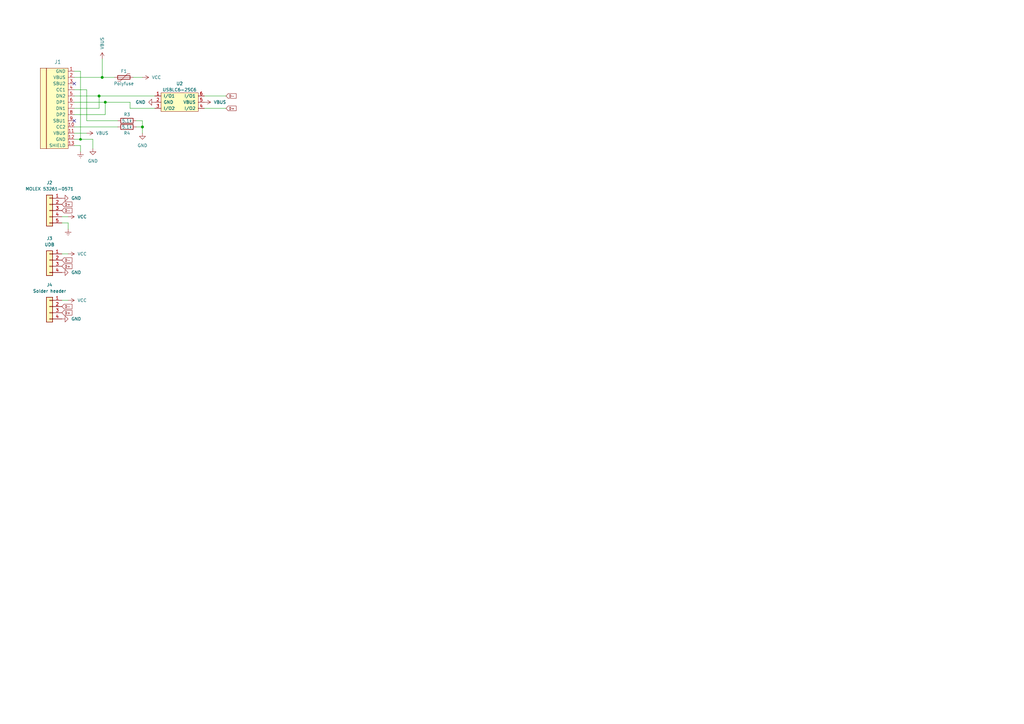
<source format=kicad_sch>
(kicad_sch (version 20211123) (generator eeschema)
  (paper "A3")
  (lib_symbols
    (symbol "Connector_Generic:Conn_01x04" (pin_names (offset 1.016) hide)
      (property "Reference" "J" (at 0 5.08 0))
      (property "Value" "Conn_01x04" (at 0 -7.62 0))
      (symbol "Conn_01x04_1_1"
        (rectangle (start -1.27 -4.953) (end 0 -5.207) (stroke (width 0.1524)))
        (rectangle (start -1.27 -2.413) (end 0 -2.667) (stroke (width 0.1524)))
        (rectangle (start -1.27 0.127) (end 0 -0.127) (stroke (width 0.1524)))
        (rectangle (start -1.27 2.667) (end 0 2.413) (stroke (width 0.1524)))
        (rectangle (start -1.27 3.81) (end 1.27 -6.35) (stroke (width 0.254)) (fill (type background)))
        (pin passive line (at -5.08 2.54 0) (length 3.81) (name "Pin_1") (number "1"))
        (pin passive line (at -5.08 0 0) (length 3.81) (name "Pin_2") (number "2"))
        (pin passive line (at -5.08 -2.54 0) (length 3.81) (name "Pin_3") (number "3"))
        (pin passive line (at -5.08 -5.08 0) (length 3.81) (name "Pin_4") (number "4"))
      )
    )
    (symbol "Connector_Generic:Conn_01x05" (pin_names (offset 1.016) hide)
      (property "Reference" "J" (at 0 7.62 0))
      (property "Value" "Conn_01x05" (at 0 -7.62 0))
      (symbol "Conn_01x05_1_1"
        (rectangle (start -1.27 -4.953) (end 0 -5.207) (stroke (width 0.1524)))
        (rectangle (start -1.27 -2.413) (end 0 -2.667) (stroke (width 0.1524)))
        (rectangle (start -1.27 0.127) (end 0 -0.127) (stroke (width 0.1524)))
        (rectangle (start -1.27 2.667) (end 0 2.413) (stroke (width 0.1524)))
        (rectangle (start -1.27 5.207) (end 0 4.953) (stroke (width 0.1524)))
        (rectangle (start -1.27 6.35) (end 1.27 -6.35) (stroke (width 0.254)) (fill (type background)))
        (pin passive line (at -5.08 5.08 0) (length 3.81) (name "Pin_1") (number "1"))
        (pin passive line (at -5.08 2.54 0) (length 3.81) (name "Pin_2") (number "2"))
        (pin passive line (at -5.08 0 0) (length 3.81) (name "Pin_3") (number "3"))
        (pin passive line (at -5.08 -2.54 0) (length 3.81) (name "Pin_4") (number "4"))
        (pin passive line (at -5.08 -5.08 0) (length 3.81) (name "Pin_5") (number "5"))
      )
    )
    (symbol "Device:Polyfuse" (pin_numbers hide) (pin_names (offset 0))
      (property "Reference" "F" (at -2.54 0 90))
      (property "Value" "Polyfuse" (at 2.54 0 90))
      (symbol "Polyfuse_0_1"
        (rectangle (start -0.762 2.54) (end 0.762 -2.54) (stroke (width 0.254)))
        (polyline (pts (xy 0 2.54) (xy 0 -2.54)))
        (polyline (pts (xy -1.524 2.54) (xy -1.524 1.524) (xy 1.524 -1.524) (xy 1.524 -2.54)))
      )
      (symbol "Polyfuse_1_1"
        (pin passive line (at 0 3.81 270) (length 1.27) (name "~") (number "1"))
        (pin passive line (at 0 -3.81 90) (length 1.27) (name "~") (number "2"))
      )
    )
    (symbol "Device:R" (pin_numbers hide) (pin_names (offset 0))
      (property "Reference" "R" (at 2.032 0 90))
      (property "Value" "R" (at 0 0 90))
      (symbol "R_0_1"
        (rectangle (start -1.016 -2.54) (end 1.016 2.54) (stroke (width 0.254)))
      )
      (symbol "R_1_1"
        (pin passive line (at 0 3.81 270) (length 1.27) (name "~") (number "1"))
        (pin passive line (at 0 -3.81 90) (length 1.27) (name "~") (number "2"))
      )
    )
    (symbol "Power:GND" (power) (pin_names (offset 0))
      (property "Value" "GND" (at 0 -3.81 0))
      (symbol "GND_0_1"
        (polyline (pts (xy 0 0) (xy 0 -1.27) (xy 1.27 -1.27) (xy 0 -2.54) (xy -1.27 -1.27) (xy 0 -1.27)))
      )
      (symbol "GND_1_1"
        (pin power_in line (at 0 0 270) (length 0) hide (name "GND") (number "1"))
      )
    )
    (symbol "Power:VBUS" (power) (pin_names (offset 0))
      (property "Value" "VBUS" (at 0 3.81 0))
      (symbol "VBUS_0_1"
        (polyline (pts (xy -0.762 1.27) (xy 0 2.54)))
        (polyline (pts (xy 0 0) (xy 0 2.54)))
        (polyline (pts (xy 0 2.54) (xy 0.762 1.27)))
      )
      (symbol "VBUS_1_1"
        (pin power_in line (at 0 0 90) (length 0) hide (name "VBUS") (number "1"))
      )
    )
    (symbol "Power:VCC" (power) (pin_names (offset 0))
      (property "Value" "VCC" (at 0 3.81 0))
      (symbol "VCC_0_1"
        (polyline (pts (xy -0.762 1.27) (xy 0 2.54)))
        (polyline (pts (xy 0 0) (xy 0 2.54)))
        (polyline (pts (xy 0 2.54) (xy 0.762 1.27)))
      )
      (symbol "VCC_1_1"
        (pin power_in line (at 0 0 90) (length 0) hide (name "VCC") (number "1"))
      )
    )
    (symbol "Type-C:HRO-TYPE-C-31-M-12" (pin_names (offset 1.016))
      (property "Reference" "USB" (at -5.08 16.51 0))
      (property "Value" "HRO-TYPE-C-31-M-12" (at -10.16 -1.27 90))
      (symbol "HRO-TYPE-C-31-M-12_0_1"
        (rectangle (start -11.43 15.24) (end -8.89 -17.78) (fill (type background)))
        (rectangle (start 0 -17.78) (end -8.89 15.24) (fill (type background)))
      )
      (symbol "HRO-TYPE-C-31-M-12_1_1"
        (pin input line (at 2.54 13.97 180) (length 2.54) (name "GND") (number "1"))
        (pin input line (at 2.54 -8.89 180) (length 2.54) (name "CC2") (number "10"))
        (pin input line (at 2.54 -11.43 180) (length 2.54) (name "VBUS") (number "11"))
        (pin input line (at 2.54 -13.97 180) (length 2.54) (name "GND") (number "12"))
        (pin input line (at 2.54 -16.51 180) (length 2.54) (name "SHIELD") (number "13"))
        (pin input line (at 2.54 11.43 180) (length 2.54) (name "VBUS") (number "2"))
        (pin input line (at 2.54 8.89 180) (length 2.54) (name "SBU2") (number "3"))
        (pin input line (at 2.54 6.35 180) (length 2.54) (name "CC1") (number "4"))
        (pin input line (at 2.54 3.81 180) (length 2.54) (name "DN2") (number "5"))
        (pin input line (at 2.54 1.27 180) (length 2.54) (name "DP1") (number "6"))
        (pin input line (at 2.54 -1.27 180) (length 2.54) (name "DN1") (number "7"))
        (pin input line (at 2.54 -3.81 180) (length 2.54) (name "DP2") (number "8"))
        (pin input line (at 2.54 -6.35 180) (length 2.54) (name "SBU1") (number "9"))
      )
    )
    (symbol "keyboard_parts:USBLC6-2SC6" (pin_names (offset 1.016))
      (property "Reference" "D" (at -7.62 5.08 0))
      (property "Value" "USBLC6-2SC6" (at -7.62 -5.08 0))
      (symbol "USBLC6-2SC6_0_0"
        (pin passive line (at -10.16 2.54 0) (length 2.54) (name "I/O1") (number "1"))
        (pin power_in line (at -10.16 0 0) (length 2.54) (name "GND") (number "2"))
        (pin passive line (at -10.16 -2.54 0) (length 2.54) (name "I/O2") (number "3"))
        (pin passive line (at 10.16 -2.54 180) (length 2.54) (name "I/O2") (number "4"))
        (pin power_in line (at 10.16 0 180) (length 2.54) (name "VBUS") (number "5"))
        (pin passive line (at 10.16 2.54 180) (length 2.54) (name "I/O1") (number "6"))
      )
      (symbol "USBLC6-2SC6_0_1"
        (rectangle (start -7.62 3.81) (end 7.62 -3.81) (fill (type background)))
      )
    )
    (symbol "power:Earth" (power) (pin_names (offset 0))
      (symbol "Earth_0_1"
        (polyline (pts (xy -0.635 -1.905) (xy 0.635 -1.905)))
        (polyline (pts (xy -0.127 -2.54) (xy 0.127 -2.54)))
        (polyline (pts (xy 0 -1.27) (xy 0 0)))
        (polyline (pts (xy 1.27 -1.27) (xy -1.27 -1.27)))
      )
      (symbol "Earth_1_1"
        (pin power_in line (at 0 0 270) (length 0) hide (name "Earth") (number "1"))
      )
    )
  )
  (junction (at 33.02 57.15))
  (junction (at 43.18 41.91) (diameter 1.016))
  (junction (at 58.42 52.07) (diameter 1.016))
  (junction (at 41.91 31.75) (diameter 1.016))
  (junction (at 40.64 39.37) (diameter 1.016))
  (no_connect (at 30.48 49.53))
  (no_connect (at 30.48 34.29))
  (wire (pts (xy 38.1 60.96) (xy 38.1 57.15)))
  (wire (pts (xy 30.48 46.99) (xy 43.18 46.99)))
  (wire (pts (xy 25.4 104.14) (xy 27.94 104.14)))
  (wire (pts (xy 33.02 57.15) (xy 30.48 57.15)))
  (wire (pts (xy 30.48 39.37) (xy 40.64 39.37)))
  (wire (pts (xy 40.64 39.37) (xy 63.5 39.37)))
  (wire (pts (xy 53.34 44.45) (xy 63.5 44.45)))
  (wire (pts (xy 35.56 49.53) (xy 48.26 49.53)))
  (wire (pts (xy 53.34 41.91) (xy 43.18 41.91)))
  (wire (pts (xy 43.18 41.91) (xy 30.48 41.91)))
  (wire (pts (xy 53.34 44.45) (xy 53.34 41.91)))
  (wire (pts (xy 38.1 57.15) (xy 33.02 57.15)))
  (wire (pts (xy 30.48 52.07) (xy 48.26 52.07)))
  (wire (pts (xy 27.94 91.44) (xy 25.4 91.44)))
  (wire (pts (xy 41.91 24.13) (xy 41.91 31.75)))
  (wire (pts (xy 25.4 123.19) (xy 27.94 123.19)))
  (wire (pts (xy 41.91 31.75) (xy 46.99 31.75)))
  (wire (pts (xy 30.48 31.75) (xy 41.91 31.75)))
  (wire (pts (xy 43.18 41.91) (xy 43.18 46.99)))
  (wire (pts (xy 30.48 54.61) (xy 35.56 54.61)))
  (wire (pts (xy 83.82 39.37) (xy 92.71 39.37)))
  (wire (pts (xy 55.88 52.07) (xy 58.42 52.07)))
  (wire (pts (xy 25.4 88.9) (xy 27.94 88.9)))
  (wire (pts (xy 27.94 93.98) (xy 27.94 91.44)))
  (wire (pts (xy 54.61 31.75) (xy 58.42 31.75)))
  (wire (pts (xy 33.02 57.15) (xy 33.02 29.21)))
  (wire (pts (xy 33.02 29.21) (xy 30.48 29.21)))
  (wire (pts (xy 30.48 44.45) (xy 40.64 44.45)))
  (wire (pts (xy 40.64 44.45) (xy 40.64 39.37)))
  (wire (pts (xy 83.82 44.45) (xy 92.71 44.45)))
  (wire (pts (xy 35.56 49.53) (xy 35.56 36.83)))
  (wire (pts (xy 35.56 36.83) (xy 30.48 36.83)))
  (wire (pts (xy 33.02 59.69) (xy 30.48 59.69)))
  (wire (pts (xy 33.02 62.23) (xy 33.02 59.69)))
  (wire (pts (xy 58.42 49.53) (xy 55.88 49.53)))
  (wire (pts (xy 58.42 54.61) (xy 58.42 52.07)))
  (wire (pts (xy 58.42 52.07) (xy 58.42 49.53)))
  (global_label "D+" (shape input) (at 25.4 128.27 0) (effects (font (size 1 1))) (property "Intersheet References" "${INTERSHEET_REFS}" (effects hide)))
  (global_label "D+" (shape input) (at 25.4 109.22 0) (effects (font (size 1 1))) (property "Intersheet References" "${INTERSHEET_REFS}" (effects hide)))
  (global_label "D-" (shape input) (at 25.4 125.73 0) (effects (font (size 1 1))) (property "Intersheet References" "${INTERSHEET_REFS}" (effects hide)))
  (global_label "D+" (shape input) (at 92.71 44.45 0) (effects (font (size 1 1))) (property "Intersheet References" "${INTERSHEET_REFS}" (effects hide)))
  (global_label "D-" (shape input) (at 25.4 106.68 0) (effects (font (size 1 1))) (property "Intersheet References" "${INTERSHEET_REFS}" (effects hide)))
  (global_label "D+" (shape input) (at 25.4 83.82 0) (effects (font (size 1 1))) (property "Intersheet References" "${INTERSHEET_REFS}" (effects hide)))
  (global_label "D-" (shape input) (at 25.4 86.36 0) (effects (font (size 1 1))) (property "Intersheet References" "${INTERSHEET_REFS}" (effects hide)))
  (global_label "D-" (shape input) (at 92.71 39.37 0) (effects (font (size 1 1))) (property "Intersheet References" "${INTERSHEET_REFS}" (effects hide)))
  (symbol (lib_id "Power:GND") (at 25.4 81.28 90) (unit 1)
    (property "Reference" "#PWR0104" (effects hide))
    (property "Value" "GND" (at 29.21 81.2799 90) (effects (justify right)))
  )
  (symbol (lib_id "Device:R") (at 52.07 52.07 90) (mirror x) (unit 1)
    (property "Reference" "R4" (at 52.07 54.61 90))
    (property "Value" "5.1k" (at 52.07 52.07 90))
    (property "Footprint" "Keeb_components:R_0805" (effects hide))
    (property "LCSC Part" "C27834" (effects hide))
  )
  (symbol (lib_id "Power:GND") (at 38.1 60.96 0) (unit 1)
    (property "Reference" "#PWR06" (effects hide))
    (property "Value" "GND" (at 38.1 66.04 0))
  )
  (symbol (lib_id "Power:GND") (at 25.4 130.81 90) (mirror x) (unit 1)
    (property "Reference" "#PWR?" (effects hide))
    (property "Value" "GND" (at 29.21 130.8101 90) (effects (justify right)))
  )
  (symbol (lib_id "Power:VCC") (at 27.94 123.19 270) (mirror x) (unit 1)
    (property "Reference" "#PWR?" (effects hide))
    (property "Value" "VCC" (at 31.75 123.19 90) (effects (justify left)))
  )
  (symbol (lib_id "Connector_Generic:Conn_01x04") (at 20.32 106.68 0) (mirror y) (unit 1)
    (property "Reference" "J3" (at 20.32 97.79 0))
    (property "Value" "UDB" (at 20.32 100.33 0))
    (property "Footprint" "Keeb_components:CONN_JST_SH_SM04B-SRSS-TB_1x04-1MP_P1.00mm_Horizontal" (effects hide))
    (property "LCSC Part" "C160404" (effects hide))
  )
  (symbol (lib_id "Power:VCC") (at 27.94 104.14 270) (mirror x) (unit 1)
    (property "Reference" "#PWR0106" (effects hide))
    (property "Value" "VCC" (at 31.75 104.14 90) (effects (justify left)))
  )
  (symbol (lib_id "Power:GND") (at 25.4 111.76 90) (mirror x) (unit 1)
    (property "Reference" "#PWR0105" (effects hide))
    (property "Value" "GND" (at 29.21 111.7601 90) (effects (justify right)))
  )
  (symbol (lib_id "Device:Polyfuse") (at 50.8 31.75 90) (unit 1)
    (property "Reference" "F1" (at 50.8 29.21 90))
    (property "Value" "Polyfuse" (at 50.8 34.29 90))
    (property "Footprint" "Keeb_components:F_0805" (effects hide))
    (property "LCSC Part" "C261942" (effects hide))
  )
  (symbol (lib_id "Power:GND") (at 63.5 41.91 270) (unit 1)
    (property "Reference" "#PWR014" (effects hide))
    (property "Value" "GND" (at 59.69 41.91 90) (effects (justify right)))
  )
  (symbol (lib_id "Type-C:HRO-TYPE-C-31-M-12") (at 27.94 43.18 0) (unit 1)
    (property "Reference" "J1" (at 23.6855 25.4 0) (effects (font (size 1.524 1.524))))
    (property "Value" "HRO-TYPE-C-31-M-12" (effects hide))
    (property "Footprint" "Keeb_components:HRO-TYPE-C-31-M-12" (effects hide))
    (property "LCSC Part" "C165948" (effects hide))
  )
  (symbol (lib_id "Power:VCC") (at 27.94 88.9 270) (unit 1)
    (property "Reference" "#PWR0101" (effects hide))
    (property "Value" "VCC" (at 31.75 88.9 90) (effects (justify left)))
  )
  (symbol (lib_id "Power:GND") (at 58.42 54.61 0) (unit 1)
    (property "Reference" "#PWR013" (effects hide))
    (property "Value" "GND" (at 58.42 59.69 0))
  )
  (symbol (lib_id "Power:VBUS") (at 35.56 54.61 270) (unit 1)
    (property "Reference" "#PWR07" (effects hide))
    (property "Value" "VBUS" (at 39.37 54.61 90) (effects (justify left)))
  )
  (symbol (lib_id "Power:VCC") (at 58.42 31.75 270) (unit 1)
    (property "Reference" "#PWR012" (effects hide))
    (property "Value" "VCC" (at 62.23 31.75 90) (effects (justify left)))
  )
  (symbol (lib_id "power:Earth") (at 27.94 93.98 0) (unit 1)
    (property "Reference" "#PWR0102" (effects hide))
    (property "Value" "Earth" (effects hide))
  )
  (symbol (lib_id "Power:VBUS") (at 41.91 24.13 0) (unit 1)
    (property "Reference" "#PWR08" (effects hide))
    (property "Value" "VBUS" (at 41.91 20.32 90) (effects (justify left)))
  )
  (symbol (lib_id "Connector_Generic:Conn_01x05") (at 20.32 86.36 0) (mirror y) (unit 1)
    (property "Reference" "J2" (at 20.32 74.93 0))
    (property "Value" "MOLEX 53261-0571" (at 20.32 77.47 0))
    (property "Footprint" "Connector_Molex:Molex_PicoBlade_53261-0571_1x05-1MP_P1.25mm_Horizontal" (effects hide))
    (property "LCSC Part" "C392176" (effects hide))
  )
  (symbol (lib_id "Power:VBUS") (at 83.82 41.91 270) (unit 1)
    (property "Reference" "#PWR015" (effects hide))
    (property "Value" "VBUS" (at 87.63 41.91 90) (effects (justify left)))
  )
  (symbol (lib_id "Device:R") (at 52.07 49.53 90) (unit 1)
    (property "Reference" "R3" (at 52.07 46.99 90))
    (property "Value" "5.1k" (at 52.07 49.53 90))
    (property "Footprint" "Keeb_components:R_0805" (effects hide))
    (property "LCSC Part" "C27834" (effects hide))
  )
  (symbol (lib_id "keyboard_parts:USBLC6-2SC6") (at 73.66 41.91 0) (unit 1)
    (property "Reference" "U2" (at 73.66 34.29 0))
    (property "Value" "USBLC6-2SC6" (at 73.66 36.83 0))
    (property "Footprint" "Keeb_components:USBLC6-2SC6" (effects hide))
    (property "LCSC Part" "C7519" (effects hide))
  )
  (symbol (lib_id "power:Earth") (at 33.02 62.23 0) (unit 1)
    (property "Reference" "#PWR0103" (effects hide))
    (property "Value" "Earth" (effects hide))
  )
  (symbol (lib_id "Connector_Generic:Conn_01x04") (at 20.32 125.73 0) (mirror y) (unit 1)
    (property "Reference" "J4" (at 20.32 116.84 0))
    (property "Value" "Solder header" (at 20.32 119.38 0))
    (property "Footprint" "footprints:01x04-solder-header" (effects hide))
  )
)
</source>
